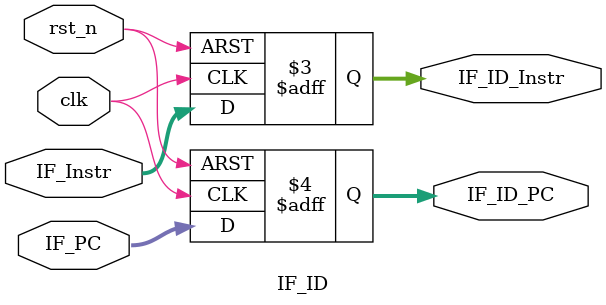
<source format=v>
module IF_ID (
  input clk,
  input rst_n,
  input [31:0] IF_Instr,
  input [31:0] IF_PC,
  output reg [31:0] IF_ID_Instr,
  output reg [31:0] IF_ID_PC
);

always @( posedge clk, negedge rst_n) begin
  if (~rst_n) begin
    IF_ID_Instr <= 0;
    IF_ID_PC <= 0;
  end
  else begin	 
    IF_ID_Instr <= IF_Instr;
    IF_ID_PC <= IF_PC;
  end
end

endmodule
</source>
